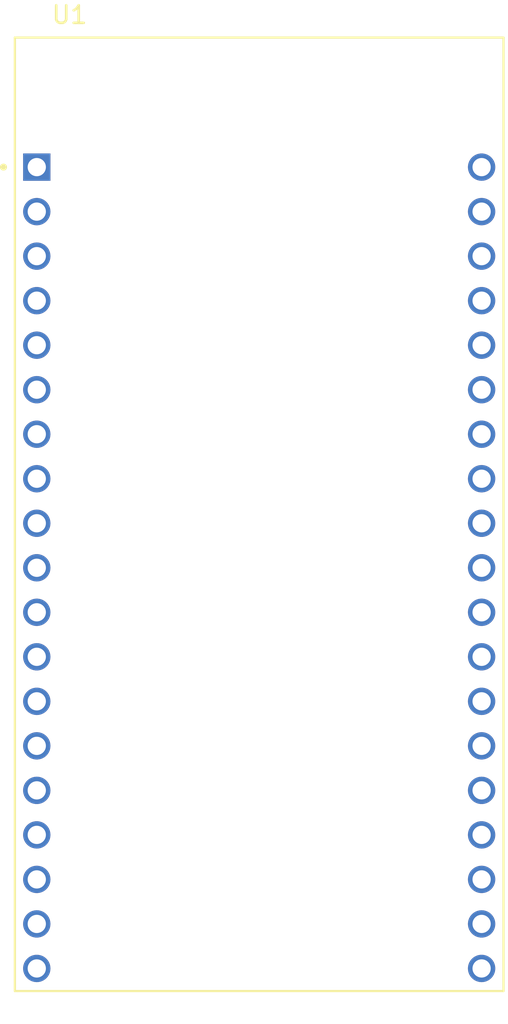
<source format=kicad_pcb>
(kicad_pcb (version 20240108) (generator "pcbnew") (generator_version "8.0")
  (layers (0 "F.Cu" signal) (31 "B.Cu" signal) (34 "B.Paste" user) (35 "F.Paste" user) (36 "B.SilkS" user "B.Silkscreen") (37 "F.SilkS" user "F.Silkscreen") (38 "B.Mask" user) (39 "F.Mask" user) (44 "Edge.Cuts" user))
  (net 0 "")
  (footprint "Libreria de symbols-footprints and 3d models:MODULE_ESP32-DEVKITC-32D" (layer "F.Cu") (at 46.8 52.04)
    (property "Reference" "U1" (at -10.829175 -28.446045 0) (layer "F.SilkS") (effects (font (size 1.000386 1.000386))))
    (property "Value" "ESP32-DEVKITC-32D")
    (fp_line (start -13.95 -27.15) (end 13.95 -27.15) (stroke (width 0.127)) (layer "F.SilkS"))
    (fp_line (start -13.95 27.25) (end -13.95 -27.15) (stroke (width 0.127)) (layer "F.SilkS"))
    (fp_line (start 13.95 -27.15) (end 13.95 27.25) (stroke (width 0.127)) (layer "F.SilkS"))
    (fp_line (start 13.95 27.25) (end -13.95 27.25) (stroke (width 0.127)) (layer "F.SilkS"))
    (fp_circle (center -14.6 -19.76) (end -14.5 -19.76) (stroke (width 0.2)) (fill none) (layer "F.SilkS"))
    (pad "J2-1" thru_hole rect (at -12.7 -19.76) (size 1.56 1.56) (drill 1.04) (layers "*.Cu" "*.Mask"))
    (pad "J2-2" thru_hole circle (at -12.7 -17.22) (size 1.56 1.56) (drill 1.04) (layers "*.Cu" "*.Mask"))
    (pad "J2-3" thru_hole circle (at -12.7 -14.68) (size 1.56 1.56) (drill 1.04) (layers "*.Cu" "*.Mask"))
    (pad "J2-4" thru_hole circle (at -12.7 -12.14) (size 1.56 1.56) (drill 1.04) (layers "*.Cu" "*.Mask"))
    (pad "J2-5" thru_hole circle (at -12.7 -9.6) (size 1.56 1.56) (drill 1.04) (layers "*.Cu" "*.Mask"))
    (pad "J2-6" thru_hole circle (at -12.7 -7.06) (size 1.56 1.56) (drill 1.04) (layers "*.Cu" "*.Mask"))
    (pad "J2-7" thru_hole circle (at -12.7 -4.52) (size 1.56 1.56) (drill 1.04) (layers "*.Cu" "*.Mask"))
    (pad "J2-8" thru_hole circle (at -12.7 -1.98) (size 1.56 1.56) (drill 1.04) (layers "*.Cu" "*.Mask"))
    (pad "J2-9" thru_hole circle (at -12.7 0.56) (size 1.56 1.56) (drill 1.04) (layers "*.Cu" "*.Mask"))
    (pad "J2-10" thru_hole circle (at -12.7 3.1) (size 1.56 1.56) (drill 1.04) (layers "*.Cu" "*.Mask"))
    (pad "J2-11" thru_hole circle (at -12.7 5.64) (size 1.56 1.56) (drill 1.04) (layers "*.Cu" "*.Mask"))
    (pad "J2-12" thru_hole circle (at -12.7 8.18) (size 1.56 1.56) (drill 1.04) (layers "*.Cu" "*.Mask"))
    (pad "J2-13" thru_hole circle (at -12.7 10.72) (size 1.56 1.56) (drill 1.04) (layers "*.Cu" "*.Mask"))
    (pad "J2-14" thru_hole circle (at -12.7 13.26) (size 1.56 1.56) (drill 1.04) (layers "*.Cu" "*.Mask"))
    (pad "J2-15" thru_hole circle (at -12.7 15.8) (size 1.56 1.56) (drill 1.04) (layers "*.Cu" "*.Mask"))
    (pad "J2-16" thru_hole circle (at -12.7 18.34) (size 1.56 1.56) (drill 1.04) (layers "*.Cu" "*.Mask"))
    (pad "J2-17" thru_hole circle (at -12.7 20.88) (size 1.56 1.56) (drill 1.04) (layers "*.Cu" "*.Mask"))
    (pad "J2-18" thru_hole circle (at -12.7 23.42) (size 1.56 1.56) (drill 1.04) (layers "*.Cu" "*.Mask"))
    (pad "J2-19" thru_hole circle (at -12.7 25.96) (size 1.56 1.56) (drill 1.04) (layers "*.Cu" "*.Mask"))
    (pad "J3-1" thru_hole circle (at 12.7 -19.76) (size 1.56 1.56) (drill 1.04) (layers "*.Cu" "*.Mask"))
    (pad "J3-2" thru_hole circle (at 12.7 -17.22) (size 1.56 1.56) (drill 1.04) (layers "*.Cu" "*.Mask"))
    (pad "J3-3" thru_hole circle (at 12.7 -14.68) (size 1.56 1.56) (drill 1.04) (layers "*.Cu" "*.Mask"))
    (pad "J3-4" thru_hole circle (at 12.7 -12.14) (size 1.56 1.56) (drill 1.04) (layers "*.Cu" "*.Mask"))
    (pad "J3-5" thru_hole circle (at 12.7 -9.6) (size 1.56 1.56) (drill 1.04) (layers "*.Cu" "*.Mask"))
    (pad "J3-6" thru_hole circle (at 12.7 -7.06) (size 1.56 1.56) (drill 1.04) (layers "*.Cu" "*.Mask"))
    (pad "J3-7" thru_hole circle (at 12.7 -4.52) (size 1.56 1.56) (drill 1.04) (layers "*.Cu" "*.Mask"))
    (pad "J3-8" thru_hole circle (at 12.7 -1.98) (size 1.56 1.56) (drill 1.04) (layers "*.Cu" "*.Mask"))
    (pad "J3-9" thru_hole circle (at 12.7 0.56) (size 1.56 1.56) (drill 1.04) (layers "*.Cu" "*.Mask"))
    (pad "J3-10" thru_hole circle (at 12.7 3.1) (size 1.56 1.56) (drill 1.04) (layers "*.Cu" "*.Mask"))
    (pad "J3-11" thru_hole circle (at 12.7 5.64) (size 1.56 1.56) (drill 1.04) (layers "*.Cu" "*.Mask"))
    (pad "J3-12" thru_hole circle (at 12.7 8.18) (size 1.56 1.56) (drill 1.04) (layers "*.Cu" "*.Mask"))
    (pad "J3-13" thru_hole circle (at 12.7 10.72) (size 1.56 1.56) (drill 1.04) (layers "*.Cu" "*.Mask"))
    (pad "J3-14" thru_hole circle (at 12.7 13.26) (size 1.56 1.56) (drill 1.04) (layers "*.Cu" "*.Mask"))
    (pad "J3-15" thru_hole circle (at 12.7 15.8) (size 1.56 1.56) (drill 1.04) (layers "*.Cu" "*.Mask"))
    (pad "J3-16" thru_hole circle (at 12.7 18.34) (size 1.56 1.56) (drill 1.04) (layers "*.Cu" "*.Mask"))
    (pad "J3-17" thru_hole circle (at 12.7 20.88) (size 1.56 1.56) (drill 1.04) (layers "*.Cu" "*.Mask"))
    (pad "J3-18" thru_hole circle (at 12.7 23.42) (size 1.56 1.56) (drill 1.04) (layers "*.Cu" "*.Mask"))
    (pad "J3-19" thru_hole circle (at 12.7 25.96) (size 1.56 1.56) (drill 1.04) (layers "*.Cu" "*.Mask"))
  )
)
</source>
